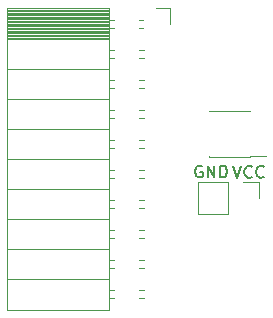
<source format=gbr>
G04 #@! TF.GenerationSoftware,KiCad,Pcbnew,5.1.5-1.fc31*
G04 #@! TF.CreationDate,2020-02-22T14:05:57+00:00*
G04 #@! TF.ProjectId,programmer-adapter,70726f67-7261-46d6-9d65-722d61646170,1.0.1*
G04 #@! TF.SameCoordinates,Original*
G04 #@! TF.FileFunction,Legend,Top*
G04 #@! TF.FilePolarity,Positive*
%FSLAX46Y46*%
G04 Gerber Fmt 4.6, Leading zero omitted, Abs format (unit mm)*
G04 Created by KiCad (PCBNEW 5.1.5-1.fc31) date 2020-02-22 14:05:57*
%MOMM*%
%LPD*%
G04 APERTURE LIST*
%ADD10C,0.150000*%
%ADD11C,0.120000*%
G04 APERTURE END LIST*
D10*
X145848095Y-98800000D02*
X145752857Y-98752380D01*
X145610000Y-98752380D01*
X145467142Y-98800000D01*
X145371904Y-98895238D01*
X145324285Y-98990476D01*
X145276666Y-99180952D01*
X145276666Y-99323809D01*
X145324285Y-99514285D01*
X145371904Y-99609523D01*
X145467142Y-99704761D01*
X145610000Y-99752380D01*
X145705238Y-99752380D01*
X145848095Y-99704761D01*
X145895714Y-99657142D01*
X145895714Y-99323809D01*
X145705238Y-99323809D01*
X146324285Y-99752380D02*
X146324285Y-98752380D01*
X146895714Y-99752380D01*
X146895714Y-98752380D01*
X147371904Y-99752380D02*
X147371904Y-98752380D01*
X147610000Y-98752380D01*
X147752857Y-98800000D01*
X147848095Y-98895238D01*
X147895714Y-98990476D01*
X147943333Y-99180952D01*
X147943333Y-99323809D01*
X147895714Y-99514285D01*
X147848095Y-99609523D01*
X147752857Y-99704761D01*
X147610000Y-99752380D01*
X147371904Y-99752380D01*
X148486666Y-98782380D02*
X148820000Y-99782380D01*
X149153333Y-98782380D01*
X150058095Y-99687142D02*
X150010476Y-99734761D01*
X149867619Y-99782380D01*
X149772380Y-99782380D01*
X149629523Y-99734761D01*
X149534285Y-99639523D01*
X149486666Y-99544285D01*
X149439047Y-99353809D01*
X149439047Y-99210952D01*
X149486666Y-99020476D01*
X149534285Y-98925238D01*
X149629523Y-98830000D01*
X149772380Y-98782380D01*
X149867619Y-98782380D01*
X150010476Y-98830000D01*
X150058095Y-98877619D01*
X151058095Y-99687142D02*
X151010476Y-99734761D01*
X150867619Y-99782380D01*
X150772380Y-99782380D01*
X150629523Y-99734761D01*
X150534285Y-99639523D01*
X150486666Y-99544285D01*
X150439047Y-99353809D01*
X150439047Y-99210952D01*
X150486666Y-99020476D01*
X150534285Y-98925238D01*
X150629523Y-98830000D01*
X150772380Y-98782380D01*
X150867619Y-98782380D01*
X151010476Y-98830000D01*
X151058095Y-98877619D01*
D11*
X141980000Y-85440000D02*
X143090000Y-85440000D01*
X143090000Y-85440000D02*
X143090000Y-86770000D01*
X129350000Y-85440000D02*
X129350000Y-110960000D01*
X129350000Y-110960000D02*
X137980000Y-110960000D01*
X137980000Y-85440000D02*
X137980000Y-110960000D01*
X129350000Y-85440000D02*
X137980000Y-85440000D01*
X129350000Y-108360000D02*
X137980000Y-108360000D01*
X129350000Y-105820000D02*
X137980000Y-105820000D01*
X129350000Y-103280000D02*
X137980000Y-103280000D01*
X129350000Y-100740000D02*
X137980000Y-100740000D01*
X129350000Y-98200000D02*
X137980000Y-98200000D01*
X129350000Y-95660000D02*
X137980000Y-95660000D01*
X129350000Y-93120000D02*
X137980000Y-93120000D01*
X129350000Y-90580000D02*
X137980000Y-90580000D01*
X129350000Y-88040000D02*
X137980000Y-88040000D01*
X140490000Y-109990000D02*
X140930000Y-109990000D01*
X137980000Y-109990000D02*
X138390000Y-109990000D01*
X140490000Y-109270000D02*
X140930000Y-109270000D01*
X137980000Y-109270000D02*
X138390000Y-109270000D01*
X140490000Y-107450000D02*
X140930000Y-107450000D01*
X137980000Y-107450000D02*
X138390000Y-107450000D01*
X140490000Y-106730000D02*
X140930000Y-106730000D01*
X137980000Y-106730000D02*
X138390000Y-106730000D01*
X140490000Y-104910000D02*
X140930000Y-104910000D01*
X137980000Y-104910000D02*
X138390000Y-104910000D01*
X140490000Y-104190000D02*
X140930000Y-104190000D01*
X137980000Y-104190000D02*
X138390000Y-104190000D01*
X140490000Y-102370000D02*
X140930000Y-102370000D01*
X137980000Y-102370000D02*
X138390000Y-102370000D01*
X140490000Y-101650000D02*
X140930000Y-101650000D01*
X137980000Y-101650000D02*
X138390000Y-101650000D01*
X140490000Y-99830000D02*
X140930000Y-99830000D01*
X137980000Y-99830000D02*
X138390000Y-99830000D01*
X140490000Y-99110000D02*
X140930000Y-99110000D01*
X137980000Y-99110000D02*
X138390000Y-99110000D01*
X140490000Y-97290000D02*
X140930000Y-97290000D01*
X137980000Y-97290000D02*
X138390000Y-97290000D01*
X140490000Y-96570000D02*
X140930000Y-96570000D01*
X137980000Y-96570000D02*
X138390000Y-96570000D01*
X140490000Y-94750000D02*
X140930000Y-94750000D01*
X137980000Y-94750000D02*
X138390000Y-94750000D01*
X140490000Y-94030000D02*
X140930000Y-94030000D01*
X137980000Y-94030000D02*
X138390000Y-94030000D01*
X140490000Y-92210000D02*
X140930000Y-92210000D01*
X137980000Y-92210000D02*
X138390000Y-92210000D01*
X140490000Y-91490000D02*
X140930000Y-91490000D01*
X137980000Y-91490000D02*
X138390000Y-91490000D01*
X140490000Y-89670000D02*
X140930000Y-89670000D01*
X137980000Y-89670000D02*
X138390000Y-89670000D01*
X140490000Y-88950000D02*
X140930000Y-88950000D01*
X137980000Y-88950000D02*
X138390000Y-88950000D01*
X140490000Y-87130000D02*
X140870000Y-87130000D01*
X137980000Y-87130000D02*
X138390000Y-87130000D01*
X140490000Y-86410000D02*
X140870000Y-86410000D01*
X137980000Y-86410000D02*
X138390000Y-86410000D01*
X129350000Y-87921900D02*
X137980000Y-87921900D01*
X129350000Y-87803805D02*
X137980000Y-87803805D01*
X129350000Y-87685710D02*
X137980000Y-87685710D01*
X129350000Y-87567615D02*
X137980000Y-87567615D01*
X129350000Y-87449520D02*
X137980000Y-87449520D01*
X129350000Y-87331425D02*
X137980000Y-87331425D01*
X129350000Y-87213330D02*
X137980000Y-87213330D01*
X129350000Y-87095235D02*
X137980000Y-87095235D01*
X129350000Y-86977140D02*
X137980000Y-86977140D01*
X129350000Y-86859045D02*
X137980000Y-86859045D01*
X129350000Y-86740950D02*
X137980000Y-86740950D01*
X129350000Y-86622855D02*
X137980000Y-86622855D01*
X129350000Y-86504760D02*
X137980000Y-86504760D01*
X129350000Y-86386665D02*
X137980000Y-86386665D01*
X129350000Y-86268570D02*
X137980000Y-86268570D01*
X129350000Y-86150475D02*
X137980000Y-86150475D01*
X129350000Y-86032380D02*
X137980000Y-86032380D01*
X129350000Y-85914285D02*
X137980000Y-85914285D01*
X129350000Y-85796190D02*
X137980000Y-85796190D01*
X129350000Y-85678095D02*
X137980000Y-85678095D01*
X129350000Y-85560000D02*
X137980000Y-85560000D01*
X146415000Y-94160000D02*
X146415000Y-94095000D01*
X149945000Y-94160000D02*
X149945000Y-94095000D01*
X146415000Y-98025000D02*
X146415000Y-97960000D01*
X149945000Y-98025000D02*
X149945000Y-97960000D01*
X151270000Y-97960000D02*
X149945000Y-97960000D01*
X149945000Y-94095000D02*
X146415000Y-94095000D01*
X149945000Y-98025000D02*
X146415000Y-98025000D01*
X150670000Y-100160000D02*
X150670000Y-101490000D01*
X149340000Y-100160000D02*
X150670000Y-100160000D01*
X148070000Y-100160000D02*
X148070000Y-102820000D01*
X148070000Y-102820000D02*
X145470000Y-102820000D01*
X148070000Y-100160000D02*
X145470000Y-100160000D01*
X145470000Y-100160000D02*
X145470000Y-102820000D01*
M02*

</source>
